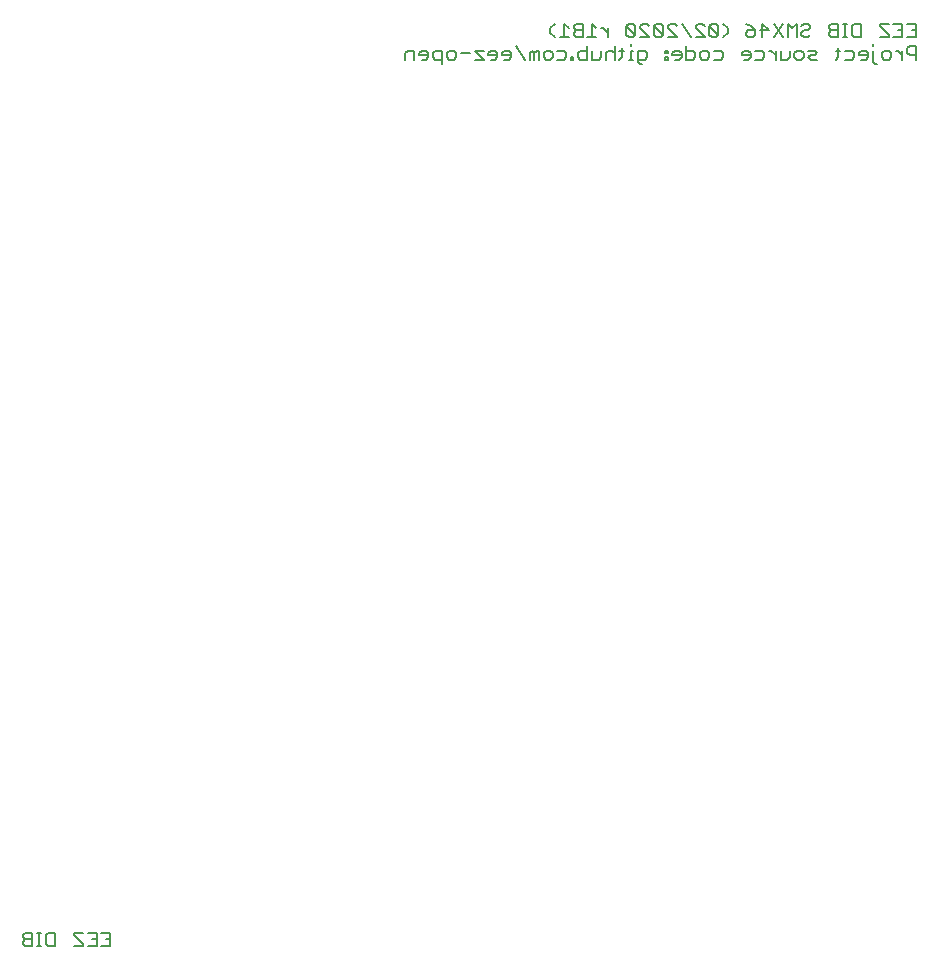
<source format=gbo>
G75*
%MOIN*%
%OFA0B0*%
%FSLAX25Y25*%
%IPPOS*%
%LPD*%
%AMOC8*
5,1,8,0,0,1.08239X$1,22.5*
%
%ADD10C,0.00500*%
D10*
X0359846Y0120520D02*
X0360597Y0119770D01*
X0362849Y0119770D01*
X0362849Y0124274D01*
X0360597Y0124274D01*
X0359846Y0123523D01*
X0359846Y0122772D01*
X0360597Y0122022D01*
X0362849Y0122022D01*
X0360597Y0122022D02*
X0359846Y0121271D01*
X0359846Y0120520D01*
X0364417Y0119770D02*
X0365918Y0119770D01*
X0365167Y0119770D02*
X0365167Y0124274D01*
X0364417Y0124274D02*
X0365918Y0124274D01*
X0367519Y0123523D02*
X0368270Y0124274D01*
X0370522Y0124274D01*
X0370522Y0119770D01*
X0368270Y0119770D01*
X0367519Y0120520D01*
X0367519Y0123523D01*
X0376727Y0123523D02*
X0379730Y0120520D01*
X0379730Y0119770D01*
X0376727Y0119770D01*
X0376727Y0123523D02*
X0376727Y0124274D01*
X0379730Y0124274D01*
X0381331Y0124274D02*
X0384334Y0124274D01*
X0384334Y0119770D01*
X0381331Y0119770D01*
X0382832Y0122022D02*
X0384334Y0122022D01*
X0385935Y0124274D02*
X0388938Y0124274D01*
X0388938Y0119770D01*
X0385935Y0119770D01*
X0387436Y0122022D02*
X0388938Y0122022D01*
X0487293Y0415254D02*
X0487293Y0417506D01*
X0488044Y0418256D01*
X0490296Y0418256D01*
X0490296Y0415254D01*
X0491897Y0416755D02*
X0494900Y0416755D01*
X0494900Y0416005D02*
X0494900Y0417506D01*
X0494149Y0418256D01*
X0492648Y0418256D01*
X0491897Y0417506D01*
X0491897Y0416755D01*
X0492648Y0415254D02*
X0494149Y0415254D01*
X0494900Y0416005D01*
X0496501Y0416005D02*
X0496501Y0417506D01*
X0497252Y0418256D01*
X0499503Y0418256D01*
X0499503Y0413753D01*
X0499503Y0415254D02*
X0497252Y0415254D01*
X0496501Y0416005D01*
X0501105Y0416005D02*
X0501105Y0417506D01*
X0501855Y0418256D01*
X0503357Y0418256D01*
X0504107Y0417506D01*
X0504107Y0416005D01*
X0503357Y0415254D01*
X0501855Y0415254D01*
X0501105Y0416005D01*
X0505709Y0417506D02*
X0508711Y0417506D01*
X0510313Y0418256D02*
X0513315Y0415254D01*
X0510313Y0415254D01*
X0510313Y0418256D02*
X0513315Y0418256D01*
X0514917Y0417506D02*
X0514917Y0416755D01*
X0517919Y0416755D01*
X0517919Y0416005D02*
X0517919Y0417506D01*
X0517169Y0418256D01*
X0515667Y0418256D01*
X0514917Y0417506D01*
X0515667Y0415254D02*
X0517169Y0415254D01*
X0517919Y0416005D01*
X0519521Y0416755D02*
X0522523Y0416755D01*
X0522523Y0416005D02*
X0522523Y0417506D01*
X0521772Y0418256D01*
X0520271Y0418256D01*
X0519521Y0417506D01*
X0519521Y0416755D01*
X0520271Y0415254D02*
X0521772Y0415254D01*
X0522523Y0416005D01*
X0524124Y0419758D02*
X0527127Y0415254D01*
X0528728Y0415254D02*
X0528728Y0417506D01*
X0529479Y0418256D01*
X0530230Y0417506D01*
X0530230Y0415254D01*
X0531731Y0415254D02*
X0531731Y0418256D01*
X0530980Y0418256D01*
X0530230Y0417506D01*
X0533332Y0417506D02*
X0533332Y0416005D01*
X0534083Y0415254D01*
X0535584Y0415254D01*
X0536335Y0416005D01*
X0536335Y0417506D01*
X0535584Y0418256D01*
X0534083Y0418256D01*
X0533332Y0417506D01*
X0537936Y0418256D02*
X0540188Y0418256D01*
X0540939Y0417506D01*
X0540939Y0416005D01*
X0540188Y0415254D01*
X0537936Y0415254D01*
X0542490Y0415254D02*
X0543241Y0415254D01*
X0543241Y0416005D01*
X0542490Y0416005D01*
X0542490Y0415254D01*
X0544842Y0416005D02*
X0544842Y0417506D01*
X0545593Y0418256D01*
X0547845Y0418256D01*
X0547845Y0419758D02*
X0547845Y0415254D01*
X0545593Y0415254D01*
X0544842Y0416005D01*
X0549446Y0415254D02*
X0549446Y0418256D01*
X0549446Y0415254D02*
X0551698Y0415254D01*
X0552449Y0416005D01*
X0552449Y0418256D01*
X0554050Y0417506D02*
X0554050Y0415254D01*
X0554050Y0417506D02*
X0554801Y0418256D01*
X0556302Y0418256D01*
X0557053Y0417506D01*
X0558621Y0418256D02*
X0560122Y0418256D01*
X0559371Y0419007D02*
X0559371Y0416005D01*
X0558621Y0415254D01*
X0557053Y0415254D02*
X0557053Y0419758D01*
X0554751Y0422754D02*
X0554751Y0425756D01*
X0554751Y0424255D02*
X0553249Y0425756D01*
X0552499Y0425756D01*
X0550914Y0425756D02*
X0549413Y0427258D01*
X0549413Y0422754D01*
X0550914Y0422754D02*
X0547911Y0422754D01*
X0546310Y0422754D02*
X0544058Y0422754D01*
X0543307Y0423505D01*
X0543307Y0424255D01*
X0544058Y0425006D01*
X0546310Y0425006D01*
X0546310Y0422754D02*
X0546310Y0427258D01*
X0544058Y0427258D01*
X0543307Y0426507D01*
X0543307Y0425756D01*
X0544058Y0425006D01*
X0541706Y0425756D02*
X0540205Y0427258D01*
X0540205Y0422754D01*
X0541706Y0422754D02*
X0538704Y0422754D01*
X0537102Y0422754D02*
X0535601Y0424255D01*
X0535601Y0425756D01*
X0537102Y0427258D01*
X0560956Y0426507D02*
X0563958Y0423505D01*
X0563208Y0422754D01*
X0561706Y0422754D01*
X0560956Y0423505D01*
X0560956Y0426507D01*
X0561706Y0427258D01*
X0563208Y0427258D01*
X0563958Y0426507D01*
X0563958Y0423505D01*
X0565560Y0422754D02*
X0568562Y0422754D01*
X0565560Y0425756D01*
X0565560Y0426507D01*
X0566310Y0427258D01*
X0567812Y0427258D01*
X0568562Y0426507D01*
X0570164Y0426507D02*
X0573166Y0423505D01*
X0572416Y0422754D01*
X0570914Y0422754D01*
X0570164Y0423505D01*
X0570164Y0426507D01*
X0570914Y0427258D01*
X0572416Y0427258D01*
X0573166Y0426507D01*
X0573166Y0423505D01*
X0574768Y0422754D02*
X0577770Y0422754D01*
X0574768Y0425756D01*
X0574768Y0426507D01*
X0575518Y0427258D01*
X0577020Y0427258D01*
X0577770Y0426507D01*
X0579372Y0427258D02*
X0582374Y0422754D01*
X0583975Y0422754D02*
X0586978Y0422754D01*
X0583975Y0425756D01*
X0583975Y0426507D01*
X0584726Y0427258D01*
X0586227Y0427258D01*
X0586978Y0426507D01*
X0588579Y0426507D02*
X0591582Y0423505D01*
X0590831Y0422754D01*
X0589330Y0422754D01*
X0588579Y0423505D01*
X0588579Y0426507D01*
X0589330Y0427258D01*
X0590831Y0427258D01*
X0591582Y0426507D01*
X0591582Y0423505D01*
X0593150Y0422754D02*
X0594651Y0424255D01*
X0594651Y0425756D01*
X0593150Y0427258D01*
X0600857Y0427258D02*
X0602358Y0426507D01*
X0603859Y0425006D01*
X0601607Y0425006D01*
X0600857Y0424255D01*
X0600857Y0423505D01*
X0601607Y0422754D01*
X0603108Y0422754D01*
X0603859Y0423505D01*
X0603859Y0425006D01*
X0605460Y0425006D02*
X0608463Y0425006D01*
X0606211Y0427258D01*
X0606211Y0422754D01*
X0610064Y0422754D02*
X0613067Y0427258D01*
X0614668Y0427258D02*
X0614668Y0422754D01*
X0613067Y0422754D02*
X0610064Y0427258D01*
X0614668Y0427258D02*
X0616170Y0425756D01*
X0617671Y0427258D01*
X0617671Y0422754D01*
X0619272Y0423505D02*
X0620023Y0422754D01*
X0621524Y0422754D01*
X0622275Y0423505D01*
X0621524Y0425006D02*
X0620023Y0425006D01*
X0619272Y0424255D01*
X0619272Y0423505D01*
X0621524Y0425006D02*
X0622275Y0425756D01*
X0622275Y0426507D01*
X0621524Y0427258D01*
X0620023Y0427258D01*
X0619272Y0426507D01*
X0619222Y0418256D02*
X0619973Y0417506D01*
X0619973Y0416005D01*
X0619222Y0415254D01*
X0617721Y0415254D01*
X0616970Y0416005D01*
X0616970Y0417506D01*
X0617721Y0418256D01*
X0619222Y0418256D01*
X0621574Y0418256D02*
X0623826Y0418256D01*
X0624577Y0417506D01*
X0623826Y0416755D01*
X0622325Y0416755D01*
X0621574Y0416005D01*
X0622325Y0415254D01*
X0624577Y0415254D01*
X0630749Y0415254D02*
X0631499Y0416005D01*
X0631499Y0419007D01*
X0630749Y0418256D02*
X0632250Y0418256D01*
X0633851Y0418256D02*
X0636103Y0418256D01*
X0636854Y0417506D01*
X0636854Y0416005D01*
X0636103Y0415254D01*
X0633851Y0415254D01*
X0638455Y0416755D02*
X0641458Y0416755D01*
X0641458Y0416005D02*
X0641458Y0417506D01*
X0640707Y0418256D01*
X0639206Y0418256D01*
X0638455Y0417506D01*
X0638455Y0416755D01*
X0639206Y0415254D02*
X0640707Y0415254D01*
X0641458Y0416005D01*
X0643026Y0414503D02*
X0643026Y0418256D01*
X0643026Y0419758D02*
X0643026Y0420508D01*
X0645361Y0422754D02*
X0648364Y0422754D01*
X0648364Y0423505D01*
X0645361Y0426507D01*
X0645361Y0427258D01*
X0648364Y0427258D01*
X0649965Y0427258D02*
X0652968Y0427258D01*
X0652968Y0422754D01*
X0649965Y0422754D01*
X0651466Y0425006D02*
X0652968Y0425006D01*
X0654569Y0427258D02*
X0657572Y0427258D01*
X0657572Y0422754D01*
X0654569Y0422754D01*
X0656070Y0425006D02*
X0657572Y0425006D01*
X0657572Y0419758D02*
X0655320Y0419758D01*
X0654569Y0419007D01*
X0654569Y0417506D01*
X0655320Y0416755D01*
X0657572Y0416755D01*
X0657572Y0415254D02*
X0657572Y0419758D01*
X0652968Y0418256D02*
X0652968Y0415254D01*
X0652968Y0416755D02*
X0651466Y0418256D01*
X0650716Y0418256D01*
X0649131Y0417506D02*
X0649131Y0416005D01*
X0648380Y0415254D01*
X0646879Y0415254D01*
X0646128Y0416005D01*
X0646128Y0417506D01*
X0646879Y0418256D01*
X0648380Y0418256D01*
X0649131Y0417506D01*
X0644527Y0413753D02*
X0643776Y0413753D01*
X0643026Y0414503D01*
X0639156Y0422754D02*
X0636904Y0422754D01*
X0636153Y0423505D01*
X0636153Y0426507D01*
X0636904Y0427258D01*
X0639156Y0427258D01*
X0639156Y0422754D01*
X0634552Y0422754D02*
X0633051Y0422754D01*
X0633801Y0422754D02*
X0633801Y0427258D01*
X0633051Y0427258D02*
X0634552Y0427258D01*
X0631483Y0427258D02*
X0629231Y0427258D01*
X0628480Y0426507D01*
X0628480Y0425756D01*
X0629231Y0425006D01*
X0631483Y0425006D01*
X0631483Y0422754D02*
X0631483Y0427258D01*
X0629231Y0425006D02*
X0628480Y0424255D01*
X0628480Y0423505D01*
X0629231Y0422754D01*
X0631483Y0422754D01*
X0615369Y0418256D02*
X0615369Y0416005D01*
X0614618Y0415254D01*
X0612366Y0415254D01*
X0612366Y0418256D01*
X0610765Y0418256D02*
X0610765Y0415254D01*
X0610765Y0416755D02*
X0609264Y0418256D01*
X0608513Y0418256D01*
X0606928Y0417506D02*
X0606928Y0416005D01*
X0606178Y0415254D01*
X0603926Y0415254D01*
X0602324Y0416005D02*
X0602324Y0417506D01*
X0601574Y0418256D01*
X0600073Y0418256D01*
X0599322Y0417506D01*
X0599322Y0416755D01*
X0602324Y0416755D01*
X0602324Y0416005D02*
X0601574Y0415254D01*
X0600073Y0415254D01*
X0603926Y0418256D02*
X0606178Y0418256D01*
X0606928Y0417506D01*
X0593117Y0417506D02*
X0593117Y0416005D01*
X0592366Y0415254D01*
X0590114Y0415254D01*
X0588513Y0416005D02*
X0587762Y0415254D01*
X0586261Y0415254D01*
X0585510Y0416005D01*
X0585510Y0417506D01*
X0586261Y0418256D01*
X0587762Y0418256D01*
X0588513Y0417506D01*
X0588513Y0416005D01*
X0590114Y0418256D02*
X0592366Y0418256D01*
X0593117Y0417506D01*
X0583909Y0417506D02*
X0583909Y0416005D01*
X0583158Y0415254D01*
X0580906Y0415254D01*
X0580906Y0419758D01*
X0580906Y0418256D02*
X0583158Y0418256D01*
X0583909Y0417506D01*
X0579305Y0417506D02*
X0579305Y0416005D01*
X0578554Y0415254D01*
X0577053Y0415254D01*
X0576302Y0416755D02*
X0579305Y0416755D01*
X0579305Y0417506D02*
X0578554Y0418256D01*
X0577053Y0418256D01*
X0576302Y0417506D01*
X0576302Y0416755D01*
X0574701Y0416005D02*
X0574701Y0415254D01*
X0573950Y0415254D01*
X0573950Y0416005D01*
X0574701Y0416005D01*
X0574701Y0417506D02*
X0574701Y0418256D01*
X0573950Y0418256D01*
X0573950Y0417506D01*
X0574701Y0417506D01*
X0567795Y0417506D02*
X0567795Y0416005D01*
X0567044Y0415254D01*
X0564792Y0415254D01*
X0564792Y0414503D02*
X0564792Y0418256D01*
X0567044Y0418256D01*
X0567795Y0417506D01*
X0566294Y0413753D02*
X0565543Y0413753D01*
X0564792Y0414503D01*
X0563191Y0415254D02*
X0561690Y0415254D01*
X0562440Y0415254D02*
X0562440Y0418256D01*
X0563191Y0418256D01*
X0562440Y0419758D02*
X0562440Y0420508D01*
M02*

</source>
